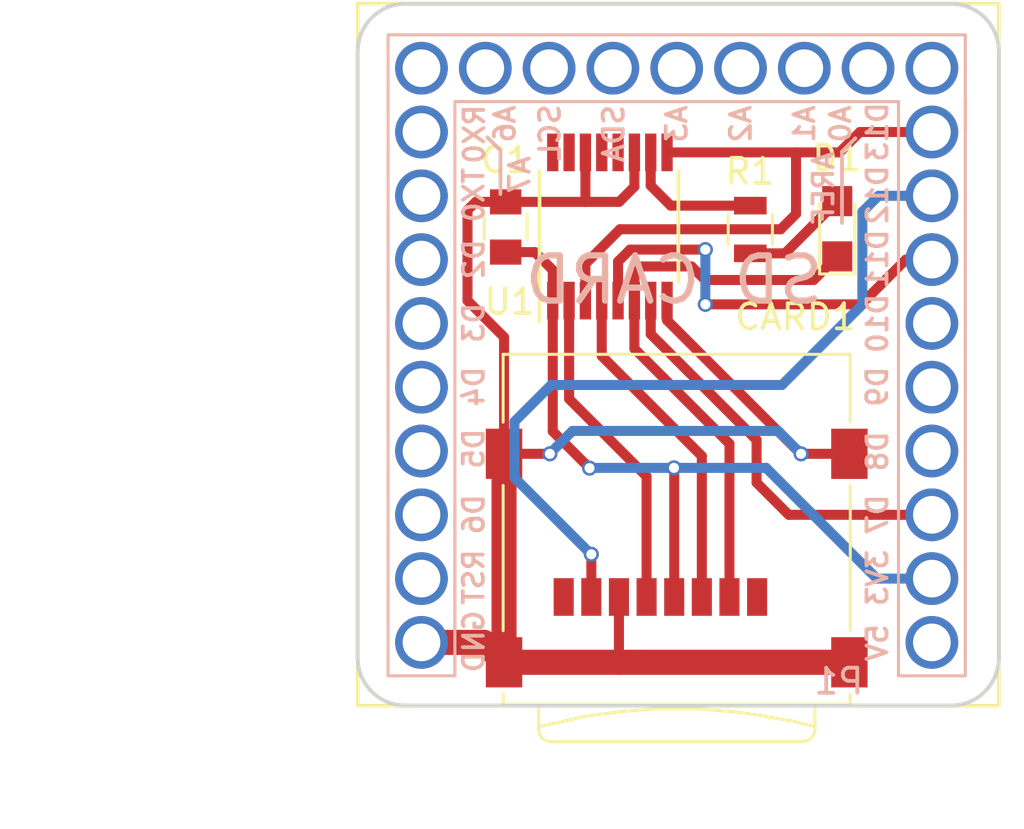
<source format=kicad_pcb>
(kicad_pcb (version 4) (host pcbnew 4.0.6)

  (general
    (links 23)
    (no_connects 0)
    (area 138.634399 62.662999 164.311401 90.753001)
    (thickness 1.6)
    (drawings 54)
    (tracks 95)
    (zones 0)
    (modules 6)
    (nets 37)
  )

  (page A4)
  (title_block
    (title "Microduino SD DE")
    (date "30 luglio 2017")
    (rev 0.0)
  )

  (layers
    (0 F.Cu signal)
    (31 B.Cu signal)
    (32 B.Adhes user)
    (33 F.Adhes user)
    (34 B.Paste user)
    (35 F.Paste user)
    (36 B.SilkS user)
    (37 F.SilkS user)
    (38 B.Mask user)
    (39 F.Mask user)
    (44 Edge.Cuts user)
    (45 Margin user)
    (46 B.CrtYd user)
    (47 F.CrtYd user)
    (48 B.Fab user)
    (49 F.Fab user)
  )

  (setup
    (last_trace_width 0.4)
    (user_trace_width 0.4)
    (user_trace_width 0.5)
    (user_trace_width 0.75)
    (user_trace_width 1)
    (user_trace_width 1.5)
    (user_trace_width 2)
    (user_trace_width 2.5)
    (user_trace_width 3)
    (trace_clearance 0.2)
    (zone_clearance 0.508)
    (zone_45_only no)
    (trace_min 0.2)
    (segment_width 0.15)
    (edge_width 0.15)
    (via_size 0.6)
    (via_drill 0.4)
    (via_min_size 0.4)
    (via_min_drill 0.3)
    (user_via 1 0.5)
    (user_via 1.2 0.6)
    (uvia_size 0.3)
    (uvia_drill 0.1)
    (uvias_allowed no)
    (uvia_min_size 0.2)
    (uvia_min_drill 0.1)
    (pcb_text_width 0.15)
    (pcb_text_size 0.8 0.8)
    (mod_edge_width 0.15)
    (mod_text_size 1 1)
    (mod_text_width 0.15)
    (pad_size 1.7 1.7)
    (pad_drill 1)
    (pad_to_mask_clearance 0.2)
    (aux_axis_origin 0 0)
    (grid_origin 126.111 104.775)
    (visible_elements 7FFFFFFF)
    (pcbplotparams
      (layerselection 0x210fc_80000001)
      (usegerberextensions false)
      (excludeedgelayer true)
      (linewidth 0.100000)
      (plotframeref false)
      (viasonmask false)
      (mode 1)
      (useauxorigin false)
      (hpglpennumber 1)
      (hpglpenspeed 20)
      (hpglpendiameter 15)
      (hpglpenoverlay 2)
      (psnegative false)
      (psa4output false)
      (plotreference true)
      (plotvalue true)
      (plotinvisibletext false)
      (padsonsilk false)
      (subtractmaskfromsilk false)
      (outputformat 1)
      (mirror false)
      (drillshape 0)
      (scaleselection 1)
      (outputdirectory ""))
  )

  (net 0 "")
  (net 1 +5V)
  (net 2 +3V3)
  (net 3 /D8)
  (net 4 /D9)
  (net 5 /D10)
  (net 6 /A0)
  (net 7 /A1)
  (net 8 /A2)
  (net 9 /A3)
  (net 10 /SDA)
  (net 11 /SCL)
  (net 12 /A6)
  (net 13 /A7)
  (net 14 /D4)
  (net 15 /D5)
  (net 16 /D6)
  (net 17 /RESET)
  (net 18 GND)
  (net 19 /AREF)
  (net 20 /DO)
  (net 21 "Net-(CARD1-Pad5)")
  (net 22 "Net-(CARD1-Pad3)")
  (net 23 "Net-(CARD1-Pad2)")
  (net 24 "Net-(CARD1-Pad1)")
  (net 25 "Net-(D1-Pad2)")
  (net 26 /CLK)
  (net 27 /DI)
  (net 28 /CS)
  (net 29 /D0)
  (net 30 /D1)
  (net 31 /D2)
  (net 32 /D3)
  (net 33 "Net-(R1-Pad2)")
  (net 34 "Net-(U1-Pad12)")
  (net 35 "Net-(U1-Pad15)")
  (net 36 "Net-(CARD1-Pad8)")

  (net_class Default "Questo è il gruppo di collegamenti predefinito"
    (clearance 0.2)
    (trace_width 0.25)
    (via_dia 0.6)
    (via_drill 0.4)
    (uvia_dia 0.3)
    (uvia_drill 0.1)
    (add_net +3V3)
    (add_net +5V)
    (add_net /A0)
    (add_net /A1)
    (add_net /A2)
    (add_net /A3)
    (add_net /A6)
    (add_net /A7)
    (add_net /AREF)
    (add_net /CLK)
    (add_net /CS)
    (add_net /D0)
    (add_net /D1)
    (add_net /D10)
    (add_net /D2)
    (add_net /D3)
    (add_net /D4)
    (add_net /D5)
    (add_net /D6)
    (add_net /D8)
    (add_net /D9)
    (add_net /DI)
    (add_net /DO)
    (add_net /RESET)
    (add_net /SCL)
    (add_net /SDA)
    (add_net GND)
    (add_net "Net-(CARD1-Pad1)")
    (add_net "Net-(CARD1-Pad2)")
    (add_net "Net-(CARD1-Pad3)")
    (add_net "Net-(CARD1-Pad5)")
    (add_net "Net-(CARD1-Pad8)")
    (add_net "Net-(D1-Pad2)")
    (add_net "Net-(R1-Pad2)")
    (add_net "Net-(U1-Pad12)")
    (add_net "Net-(U1-Pad15)")
  )

  (module Libreria_PCB_mia:Upin_27 (layer B.Cu) (tedit 597B1D86) (tstamp 58E8EECB)
    (at 161.5694 88.1634 180)
    (descr "Through hole straight socket strip, 1x09, 2.54mm pitch, single row")
    (tags "Through hole socket strip THT 1x09 2.54mm single row")
    (path /58E8C7EF)
    (fp_text reference P1 (at 3.7084 -1.5516 180) (layer B.SilkS)
      (effects (font (size 1 1) (thickness 0.15)) (justify mirror))
    )
    (fp_text value CONN_1x27 (at -2.83 10.17 450) (layer B.Fab)
      (effects (font (size 1 1) (thickness 0.15)) (justify mirror))
    )
    (fp_line (start 1.8 -1.78) (end 1.8 21.05) (layer B.CrtYd) (width 0.12))
    (fp_line (start 18.52 21.05) (end 1.8 21.05) (layer B.CrtYd) (width 0.12))
    (fp_line (start -1.27 24.13) (end -1.27 -1.27) (layer B.Fab) (width 0.12))
    (fp_line (start 1.27 -1.27) (end 1.27 21.59) (layer B.Fab) (width 0.12))
    (fp_line (start 1.27 21.59) (end 19.05 21.59) (layer B.Fab) (width 0.12))
    (fp_line (start 19.05 21.59) (end 19.05 -1.27) (layer B.Fab) (width 0.12))
    (fp_line (start 19.05 -1.27) (end 21.59 -1.27) (layer B.Fab) (width 0.12))
    (fp_line (start 21.59 -1.27) (end 21.59 24.13) (layer B.Fab) (width 0.12))
    (fp_line (start 21.59 24.13) (end -1.27 24.13) (layer B.Fab) (width 0.12))
    (fp_line (start 21.65 -1.33) (end 21.65 24.19) (layer B.SilkS) (width 0.12))
    (fp_line (start 21.65 24.19) (end -1.33 24.19) (layer B.SilkS) (width 0.12))
    (fp_line (start -1.33 -1.33) (end -1.33 24.19) (layer B.SilkS) (width 0.12))
    (fp_line (start 1.33 -1.33) (end 1.33 21.53) (layer B.SilkS) (width 0.12))
    (fp_line (start 1.33 21.53) (end 18.99 21.53) (layer B.SilkS) (width 0.12))
    (fp_line (start 18.99 -1.33) (end 18.99 21.53) (layer B.SilkS) (width 0.12))
    (fp_line (start 18.99 -1.33) (end 18.99 5.48) (layer B.SilkS) (width 0.12))
    (fp_line (start -1.8 24.67) (end 22.12 24.67) (layer B.CrtYd) (width 0.12))
    (fp_line (start -1.8 -1.78) (end -1.8 24.67) (layer B.CrtYd) (width 0.12))
    (fp_line (start 22.12 -1.78) (end 22.12 24.67) (layer B.CrtYd) (width 0.12))
    (fp_line (start 18.52 21.05) (end 18.52 -1.8) (layer B.CrtYd) (width 0.12))
    (fp_line (start 18.52 -1.8) (end 22.12 -1.8) (layer B.CrtYd) (width 0.12))
    (fp_line (start -1.27 -1.27) (end 1.27 -1.27) (layer B.Fab) (width 0.12))
    (fp_line (start -1.33 -1.33) (end 1.33 -1.33) (layer B.SilkS) (width 0.12))
    (fp_line (start 21.65 -1.33) (end 18.99 -1.33) (layer B.SilkS) (width 0.12))
    (fp_line (start -1.33 20.32) (end -1.33 21.65) (layer B.SilkS) (width 0.12))
    (fp_line (start -1.8 -1.78) (end 1.8 -1.78) (layer B.CrtYd) (width 0.12))
    (fp_text user %R (at 3.7084 -1.5516 180) (layer B.Fab)
      (effects (font (size 1 1) (thickness 0.15)) (justify mirror))
    )
    (pad 9 thru_hole circle (at 0 20.32 180) (size 2.1 2.1) (drill 1.5) (layers *.Cu *.Mask)
      (net 26 /CLK))
    (pad 8 thru_hole circle (at 0 17.78 180) (size 2.1 2.1) (drill 1.5) (layers *.Cu *.Mask)
      (net 20 /DO))
    (pad 7 thru_hole circle (at 0 15.24 180) (size 2.1 2.1) (drill 1.5) (layers *.Cu *.Mask)
      (net 27 /DI))
    (pad 6 thru_hole circle (at 0 12.7 180) (size 2.1 2.1) (drill 1.5) (layers *.Cu *.Mask)
      (net 5 /D10))
    (pad 5 thru_hole circle (at 0 10.16 180) (size 2.1 2.1) (drill 1.5) (layers *.Cu *.Mask)
      (net 4 /D9))
    (pad 4 thru_hole circle (at 0 7.62 180) (size 2.1 2.1) (drill 1.5) (layers *.Cu *.Mask)
      (net 3 /D8))
    (pad 3 thru_hole circle (at 0 5.08 180) (size 2.1 2.1) (drill 1.5) (layers *.Cu *.Mask)
      (net 28 /CS))
    (pad 2 thru_hole circle (at 0 2.54 180) (size 2.1 2.1) (drill 1.5) (layers *.Cu *.Mask)
      (net 2 +3V3))
    (pad 1 thru_hole circle (at 0 0 180) (size 2.1 2.1) (drill 1.5) (layers *.Cu *.Mask)
      (net 1 +5V))
    (pad 10 thru_hole circle (at 0 22.86 180) (size 2.1 2.1) (drill 1.5) (layers *.Cu *.Mask)
      (net 19 /AREF))
    (pad 11 thru_hole circle (at 2.54 22.86 180) (size 2.1 2.1) (drill 1.5) (layers *.Cu *.Mask)
      (net 6 /A0))
    (pad 12 thru_hole circle (at 5.08 22.86 180) (size 2.1 2.1) (drill 1.5) (layers *.Cu *.Mask)
      (net 7 /A1))
    (pad 13 thru_hole circle (at 7.62 22.86 180) (size 2.1 2.1) (drill 1.5) (layers *.Cu *.Mask)
      (net 8 /A2))
    (pad 14 thru_hole circle (at 10.16 22.86 180) (size 2.1 2.1) (drill 1.5) (layers *.Cu *.Mask)
      (net 9 /A3))
    (pad 15 thru_hole circle (at 12.7 22.86 180) (size 2.1 2.1) (drill 1.5) (layers *.Cu *.Mask)
      (net 10 /SDA))
    (pad 16 thru_hole circle (at 15.24 22.86 180) (size 2.1 2.1) (drill 1.5) (layers *.Cu *.Mask)
      (net 11 /SCL))
    (pad 17 thru_hole circle (at 17.78 22.86 180) (size 2.1 2.1) (drill 1.5) (layers *.Cu *.Mask)
      (net 12 /A6))
    (pad 18 thru_hole circle (at 20.32 22.86 180) (size 2.1 2.1) (drill 1.5) (layers *.Cu *.Mask)
      (net 13 /A7))
    (pad 19 thru_hole circle (at 20.32 20.32 180) (size 2.1 2.1) (drill 1.5) (layers *.Cu *.Mask)
      (net 29 /D0))
    (pad 20 thru_hole circle (at 20.32 17.78 180) (size 2.1 2.1) (drill 1.5) (layers *.Cu *.Mask)
      (net 30 /D1))
    (pad 21 thru_hole circle (at 20.32 15.24 180) (size 2.1 2.1) (drill 1.5) (layers *.Cu *.Mask)
      (net 31 /D2))
    (pad 22 thru_hole circle (at 20.32 12.7 180) (size 2.1 2.1) (drill 1.5) (layers *.Cu *.Mask)
      (net 32 /D3))
    (pad 23 thru_hole circle (at 20.32 10.16 180) (size 2.1 2.1) (drill 1.5) (layers *.Cu *.Mask)
      (net 14 /D4))
    (pad 24 thru_hole circle (at 20.32 7.62 180) (size 2.1 2.1) (drill 1.5) (layers *.Cu *.Mask)
      (net 15 /D5))
    (pad 25 thru_hole circle (at 20.32 5.08 180) (size 2.1 2.1) (drill 1.5) (layers *.Cu *.Mask)
      (net 16 /D6))
    (pad 26 thru_hole circle (at 20.32 2.54 180) (size 2.1 2.1) (drill 1.5) (layers *.Cu *.Mask)
      (net 17 /RESET))
    (pad 27 thru_hole circle (at 20.32 0 180) (size 2.1 2.1) (drill 1.5) (layers *.Cu *.Mask)
      (net 18 GND))
    (model ${KISYS3DMOD}/Socket_Strips.3dshapes/Socket_Strip_Straight_1x09_Pitch2.54mm.wrl
      (at (xyz 0 -0.4 0))
      (scale (xyz 1 1 1))
      (rotate (xyz 0 0 270))
    )
  )

  (module Capacitors_SMD:C_0805 (layer F.Cu) (tedit 597B9712) (tstamp 597B91CC)
    (at 144.601 71.625 90)
    (descr "Capacitor SMD 0805, reflow soldering, AVX (see smccp.pdf)")
    (tags "capacitor 0805")
    (path /594FDE58)
    (attr smd)
    (fp_text reference C1 (at 2.67 -0.01 180) (layer F.SilkS)
      (effects (font (size 1 1) (thickness 0.15)))
    )
    (fp_text value 100nF (at 0 1.75 90) (layer F.Fab)
      (effects (font (size 1 1) (thickness 0.15)))
    )
    (fp_text user %R (at 2.67 -0.01 180) (layer F.Fab)
      (effects (font (size 1 1) (thickness 0.15)))
    )
    (fp_line (start -1 0.62) (end -1 -0.62) (layer F.Fab) (width 0.1))
    (fp_line (start 1 0.62) (end -1 0.62) (layer F.Fab) (width 0.1))
    (fp_line (start 1 -0.62) (end 1 0.62) (layer F.Fab) (width 0.1))
    (fp_line (start -1 -0.62) (end 1 -0.62) (layer F.Fab) (width 0.1))
    (fp_line (start 0.5 -0.85) (end -0.5 -0.85) (layer F.SilkS) (width 0.12))
    (fp_line (start -0.5 0.85) (end 0.5 0.85) (layer F.SilkS) (width 0.12))
    (fp_line (start -1.75 -0.88) (end 1.75 -0.88) (layer F.CrtYd) (width 0.05))
    (fp_line (start -1.75 -0.88) (end -1.75 0.87) (layer F.CrtYd) (width 0.05))
    (fp_line (start 1.75 0.87) (end 1.75 -0.88) (layer F.CrtYd) (width 0.05))
    (fp_line (start 1.75 0.87) (end -1.75 0.87) (layer F.CrtYd) (width 0.05))
    (pad 1 smd rect (at -1 0 90) (size 1 1.25) (layers F.Cu F.Paste F.Mask)
      (net 2 +3V3))
    (pad 2 smd rect (at 1 0 90) (size 1 1.25) (layers F.Cu F.Paste F.Mask)
      (net 18 GND))
    (model Capacitors_SMD.3dshapes/C_0805.wrl
      (at (xyz 0 0 0))
      (scale (xyz 1 1 1))
      (rotate (xyz 0 0 0))
    )
  )

  (module Connectors:microSD_Card_Receptacle_Wuerth_693072010801 (layer F.Cu) (tedit 597B9732) (tstamp 597B91FB)
    (at 151.411 83.655 180)
    (descr http://katalog.we-online.de/em/datasheet/693072010801.pdf)
    (tags "Micro SD Wuerth Wurth Würth")
    (path /597B85A1)
    (attr smd)
    (fp_text reference CARD1 (at -4.73 8.45 180) (layer F.SilkS)
      (effects (font (size 1 1) (thickness 0.15)))
    )
    (fp_text value Micro_SD_Card (at 0 8.07 180) (layer F.Fab)
      (effects (font (size 1 1) (thickness 0.15)))
    )
    (fp_text user %R (at 0 0 180) (layer F.Fab)
      (effects (font (size 1 1) (thickness 0.15)))
    )
    (fp_line (start -6.8 6.85) (end 6.8 6.85) (layer F.Fab) (width 0.1))
    (fp_line (start -6.8 -6.85) (end -6.8 6.85) (layer F.Fab) (width 0.1))
    (fp_line (start 6.8 -6.85) (end -6.8 -6.85) (layer F.Fab) (width 0.1))
    (fp_line (start 6.8 6.85) (end 6.8 -6.85) (layer F.Fab) (width 0.1))
    (fp_line (start 5 -7.76) (end 5.5 -7.86) (layer F.SilkS) (width 0.12))
    (fp_line (start 3.7 -7.46) (end 5 -7.76) (layer F.SilkS) (width 0.12))
    (fp_line (start 2.2 -7.26) (end 3.7 -7.46) (layer F.SilkS) (width 0.12))
    (fp_line (start 0.9 -7.16) (end 2.2 -7.26) (layer F.SilkS) (width 0.12))
    (fp_line (start -0.9 -7.16) (end 0.9 -7.16) (layer F.SilkS) (width 0.12))
    (fp_line (start -2.2 -7.26) (end -0.9 -7.16) (layer F.SilkS) (width 0.12))
    (fp_line (start -3 -7.36) (end -2.2 -7.26) (layer F.SilkS) (width 0.12))
    (fp_line (start -4.7 -7.66) (end -3 -7.36) (layer F.SilkS) (width 0.12))
    (fp_line (start -5.5 -7.86) (end -4.7 -7.66) (layer F.SilkS) (width 0.12))
    (fp_line (start -5 -8.46) (end 5 -8.46) (layer F.SilkS) (width 0.12))
    (fp_arc (start 5 -7.96) (end 5 -8.46) (angle 90) (layer F.SilkS) (width 0.12))
    (fp_line (start -5.5 -6.96) (end -5.5 -7.96) (layer F.SilkS) (width 0.12))
    (fp_line (start 5.5 -6.96) (end 5.5 -7.96) (layer F.SilkS) (width 0.12))
    (fp_line (start -6.91 -6.96) (end 6.91 -6.96) (layer F.SilkS) (width 0.12))
    (fp_line (start 6.91 6.96) (end -6.91 6.96) (layer F.SilkS) (width 0.12))
    (fp_line (start 6.91 4.26) (end 6.91 6.96) (layer F.SilkS) (width 0.12))
    (fp_arc (start -5 -7.96) (end -5.5 -7.96) (angle 90) (layer F.SilkS) (width 0.12))
    (fp_line (start 6.91 -6.96) (end 6.91 -6.56) (layer F.SilkS) (width 0.12))
    (fp_line (start 6.91 -4.04) (end 6.91 1.74) (layer F.SilkS) (width 0.12))
    (fp_line (start -6.91 4.26) (end -6.91 6.96) (layer F.SilkS) (width 0.12))
    (fp_line (start -6.91 -4.04) (end -6.91 1.74) (layer F.SilkS) (width 0.12))
    (fp_line (start -6.91 -6.96) (end -6.91 -6.56) (layer F.SilkS) (width 0.12))
    (fp_line (start 8.08 -7.35) (end 8.08 7.35) (layer F.CrtYd) (width 0.05))
    (fp_line (start 8.08 -7.35) (end -8.08 -7.35) (layer F.CrtYd) (width 0.05))
    (fp_line (start 8.08 7.35) (end -8.08 7.35) (layer F.CrtYd) (width 0.05))
    (fp_line (start -8.08 -7.35) (end -8.08 7.35) (layer F.CrtYd) (width 0.05))
    (pad 9 smd rect (at 6.875 -5.3 180) (size 1.45 2) (layers F.Cu F.Paste F.Mask)
      (net 18 GND))
    (pad 9 smd rect (at -6.875 -5.3 180) (size 1.45 2) (layers F.Cu F.Paste F.Mask)
      (net 18 GND))
    (pad 9 smd rect (at -6.875 3 180) (size 1.45 2) (layers F.Cu F.Paste F.Mask)
      (net 18 GND))
    (pad 9 smd rect (at 6.875 3 180) (size 1.45 2) (layers F.Cu F.Paste F.Mask)
      (net 18 GND))
    (pad 8 smd rect (at 4.5 -2.7 180) (size 0.8 1.5) (layers F.Cu F.Paste F.Mask)
      (net 36 "Net-(CARD1-Pad8)"))
    (pad 7 smd rect (at 3.4 -2.7 180) (size 0.8 1.5) (layers F.Cu F.Paste F.Mask)
      (net 20 /DO))
    (pad 6 smd rect (at 2.3 -2.7 180) (size 0.8 1.5) (layers F.Cu F.Paste F.Mask)
      (net 18 GND))
    (pad 5 smd rect (at 1.2 -2.7 180) (size 0.8 1.5) (layers F.Cu F.Paste F.Mask)
      (net 21 "Net-(CARD1-Pad5)"))
    (pad 4 smd rect (at 0.1 -2.7 180) (size 0.8 1.5) (layers F.Cu F.Paste F.Mask)
      (net 2 +3V3))
    (pad 3 smd rect (at -1 -2.7 180) (size 0.8 1.5) (layers F.Cu F.Paste F.Mask)
      (net 22 "Net-(CARD1-Pad3)"))
    (pad 2 smd rect (at -2.1 -2.7 180) (size 0.8 1.5) (layers F.Cu F.Paste F.Mask)
      (net 23 "Net-(CARD1-Pad2)"))
    (pad 1 smd rect (at -3.2 -2.7 180) (size 0.8 1.5) (layers F.Cu F.Paste F.Mask)
      (net 24 "Net-(CARD1-Pad1)"))
    (model ${KISYS3DMOD}/Connectors.3dshapes/microSD_Card_Receptacle_Wuerth_693072010801.wrl
      (at (xyz 0 0 0))
      (scale (xyz 1 1 1))
      (rotate (xyz 0 0 0))
    )
  )

  (module LEDs:LED_0805 (layer F.Cu) (tedit 597B96D8) (tstamp 597B9210)
    (at 157.801 71.695 90)
    (descr "LED 0805 smd package")
    (tags "LED led 0805 SMD smd SMT smt smdled SMDLED smtled SMTLED")
    (path /597B9A82)
    (attr smd)
    (fp_text reference D1 (at 2.81 -0.01 180) (layer F.SilkS)
      (effects (font (size 1 1) (thickness 0.15)))
    )
    (fp_text value ROSSO (at 0 1.55 90) (layer F.Fab)
      (effects (font (size 1 1) (thickness 0.15)))
    )
    (fp_line (start -1.8 -0.7) (end -1.8 0.7) (layer F.SilkS) (width 0.12))
    (fp_line (start -0.4 -0.4) (end -0.4 0.4) (layer F.Fab) (width 0.1))
    (fp_line (start -0.4 0) (end 0.2 -0.4) (layer F.Fab) (width 0.1))
    (fp_line (start 0.2 0.4) (end -0.4 0) (layer F.Fab) (width 0.1))
    (fp_line (start 0.2 -0.4) (end 0.2 0.4) (layer F.Fab) (width 0.1))
    (fp_line (start 1 0.6) (end -1 0.6) (layer F.Fab) (width 0.1))
    (fp_line (start 1 -0.6) (end 1 0.6) (layer F.Fab) (width 0.1))
    (fp_line (start -1 -0.6) (end 1 -0.6) (layer F.Fab) (width 0.1))
    (fp_line (start -1 0.6) (end -1 -0.6) (layer F.Fab) (width 0.1))
    (fp_line (start -1.8 0.7) (end 1 0.7) (layer F.SilkS) (width 0.12))
    (fp_line (start -1.8 -0.7) (end 1 -0.7) (layer F.SilkS) (width 0.12))
    (fp_line (start 1.95 -0.85) (end 1.95 0.85) (layer F.CrtYd) (width 0.05))
    (fp_line (start 1.95 0.85) (end -1.95 0.85) (layer F.CrtYd) (width 0.05))
    (fp_line (start -1.95 0.85) (end -1.95 -0.85) (layer F.CrtYd) (width 0.05))
    (fp_line (start -1.95 -0.85) (end 1.95 -0.85) (layer F.CrtYd) (width 0.05))
    (pad 2 smd rect (at 1.1 0 270) (size 1.2 1.2) (layers F.Cu F.Paste F.Mask)
      (net 25 "Net-(D1-Pad2)"))
    (pad 1 smd rect (at -1.1 0 270) (size 1.2 1.2) (layers F.Cu F.Paste F.Mask)
      (net 23 "Net-(CARD1-Pad2)"))
    (model ${KISYS3DMOD}/LEDs.3dshapes/LED_0805.wrl
      (at (xyz 0 0 0))
      (scale (xyz 1 1 1))
      (rotate (xyz 0 0 180))
    )
  )

  (module Resistors_SMD:R_0805 (layer F.Cu) (tedit 597B96E4) (tstamp 597B9221)
    (at 154.341 71.725 90)
    (descr "Resistor SMD 0805, reflow soldering, Vishay (see dcrcw.pdf)")
    (tags "resistor 0805")
    (path /597B9B87)
    (attr smd)
    (fp_text reference R1 (at 2.31 -0.01 180) (layer F.SilkS)
      (effects (font (size 1 1) (thickness 0.15)))
    )
    (fp_text value 470 (at 0 1.75 90) (layer F.Fab)
      (effects (font (size 1 1) (thickness 0.15)))
    )
    (fp_text user %R (at 0 0 90) (layer F.Fab)
      (effects (font (size 0.5 0.5) (thickness 0.075)))
    )
    (fp_line (start -1 0.62) (end -1 -0.62) (layer F.Fab) (width 0.1))
    (fp_line (start 1 0.62) (end -1 0.62) (layer F.Fab) (width 0.1))
    (fp_line (start 1 -0.62) (end 1 0.62) (layer F.Fab) (width 0.1))
    (fp_line (start -1 -0.62) (end 1 -0.62) (layer F.Fab) (width 0.1))
    (fp_line (start 0.6 0.88) (end -0.6 0.88) (layer F.SilkS) (width 0.12))
    (fp_line (start -0.6 -0.88) (end 0.6 -0.88) (layer F.SilkS) (width 0.12))
    (fp_line (start -1.55 -0.9) (end 1.55 -0.9) (layer F.CrtYd) (width 0.05))
    (fp_line (start -1.55 -0.9) (end -1.55 0.9) (layer F.CrtYd) (width 0.05))
    (fp_line (start 1.55 0.9) (end 1.55 -0.9) (layer F.CrtYd) (width 0.05))
    (fp_line (start 1.55 0.9) (end -1.55 0.9) (layer F.CrtYd) (width 0.05))
    (pad 1 smd rect (at -0.95 0 90) (size 0.7 1.3) (layers F.Cu F.Paste F.Mask)
      (net 25 "Net-(D1-Pad2)"))
    (pad 2 smd rect (at 0.95 0 90) (size 0.7 1.3) (layers F.Cu F.Paste F.Mask)
      (net 33 "Net-(R1-Pad2)"))
    (model ${KISYS3DMOD}/Resistors_SMD.3dshapes/R_0805.wrl
      (at (xyz 0 0 0))
      (scale (xyz 1 1 1))
      (rotate (xyz 0 0 0))
    )
  )

  (module Housings_SSOP:TSSOP-16_4.4x5mm_Pitch0.65mm (layer F.Cu) (tedit 597B971C) (tstamp 597B9241)
    (at 148.751 71.605 90)
    (descr "16-Lead Plastic Thin Shrink Small Outline (ST)-4.4 mm Body [TSSOP] (see Microchip Packaging Specification 00000049BS.pdf)")
    (tags "SSOP 0.65")
    (path /597B84E5)
    (attr smd)
    (fp_text reference U1 (at -2.99 -3.99 180) (layer F.SilkS)
      (effects (font (size 1 1) (thickness 0.15)))
    )
    (fp_text value 4050 (at 0 3.55 90) (layer F.Fab)
      (effects (font (size 1 1) (thickness 0.15)))
    )
    (fp_line (start -1.2 -2.5) (end 2.2 -2.5) (layer F.Fab) (width 0.15))
    (fp_line (start 2.2 -2.5) (end 2.2 2.5) (layer F.Fab) (width 0.15))
    (fp_line (start 2.2 2.5) (end -2.2 2.5) (layer F.Fab) (width 0.15))
    (fp_line (start -2.2 2.5) (end -2.2 -1.5) (layer F.Fab) (width 0.15))
    (fp_line (start -2.2 -1.5) (end -1.2 -2.5) (layer F.Fab) (width 0.15))
    (fp_line (start -3.95 -2.9) (end -3.95 2.8) (layer F.CrtYd) (width 0.05))
    (fp_line (start 3.95 -2.9) (end 3.95 2.8) (layer F.CrtYd) (width 0.05))
    (fp_line (start -3.95 -2.9) (end 3.95 -2.9) (layer F.CrtYd) (width 0.05))
    (fp_line (start -3.95 2.8) (end 3.95 2.8) (layer F.CrtYd) (width 0.05))
    (fp_line (start -2.2 2.725) (end 2.2 2.725) (layer F.SilkS) (width 0.15))
    (fp_line (start -3.775 -2.8) (end 2.2 -2.8) (layer F.SilkS) (width 0.15))
    (fp_text user %R (at -0.01 0 180) (layer F.Fab)
      (effects (font (size 0.8 0.8) (thickness 0.15)))
    )
    (pad 1 smd rect (at -2.95 -2.275 90) (size 1.5 0.45) (layers F.Cu F.Paste F.Mask)
      (net 2 +3V3))
    (pad 2 smd rect (at -2.95 -1.625 90) (size 1.5 0.45) (layers F.Cu F.Paste F.Mask)
      (net 21 "Net-(CARD1-Pad5)"))
    (pad 3 smd rect (at -2.95 -0.975 90) (size 1.5 0.45) (layers F.Cu F.Paste F.Mask)
      (net 26 /CLK))
    (pad 4 smd rect (at -2.95 -0.325 90) (size 1.5 0.45) (layers F.Cu F.Paste F.Mask)
      (net 22 "Net-(CARD1-Pad3)"))
    (pad 5 smd rect (at -2.95 0.325 90) (size 1.5 0.45) (layers F.Cu F.Paste F.Mask)
      (net 27 /DI))
    (pad 6 smd rect (at -2.95 0.975 90) (size 1.5 0.45) (layers F.Cu F.Paste F.Mask)
      (net 23 "Net-(CARD1-Pad2)"))
    (pad 7 smd rect (at -2.95 1.625 90) (size 1.5 0.45) (layers F.Cu F.Paste F.Mask)
      (net 28 /CS))
    (pad 8 smd rect (at -2.95 2.275 90) (size 1.5 0.45) (layers F.Cu F.Paste F.Mask)
      (net 18 GND))
    (pad 9 smd rect (at 2.95 2.275 90) (size 1.5 0.45) (layers F.Cu F.Paste F.Mask)
      (net 26 /CLK))
    (pad 10 smd rect (at 2.95 1.625 90) (size 1.5 0.45) (layers F.Cu F.Paste F.Mask)
      (net 33 "Net-(R1-Pad2)"))
    (pad 11 smd rect (at 2.95 0.975 90) (size 1.5 0.45) (layers F.Cu F.Paste F.Mask)
      (net 18 GND))
    (pad 12 smd rect (at 2.95 0.325 90) (size 1.5 0.45) (layers F.Cu F.Paste F.Mask)
      (net 34 "Net-(U1-Pad12)"))
    (pad 13 smd rect (at 2.95 -0.325 90) (size 1.5 0.45) (layers F.Cu F.Paste F.Mask))
    (pad 14 smd rect (at 2.95 -0.975 90) (size 1.5 0.45) (layers F.Cu F.Paste F.Mask)
      (net 18 GND))
    (pad 15 smd rect (at 2.95 -1.625 90) (size 1.5 0.45) (layers F.Cu F.Paste F.Mask)
      (net 35 "Net-(U1-Pad15)"))
    (pad 16 smd rect (at 2.95 -2.275 90) (size 1.5 0.45) (layers F.Cu F.Paste F.Mask))
    (model ${KISYS3DMOD}/Housings_SSOP.3dshapes/TSSOP-16_4.4x5mm_Pitch0.65mm.wrl
      (at (xyz 0 0 0))
      (scale (xyz 1 1 1))
      (rotate (xyz 0 0 0))
    )
  )

  (gr_text "SD CARD" (at 151.301 73.735) (layer B.SilkS)
    (effects (font (size 1.8 1.8) (thickness 0.25)) (justify mirror))
  )
  (gr_line (start 164.231 62.735) (end 138.711 62.735) (angle 90) (layer F.SilkS) (width 0.15))
  (gr_line (start 164.231 90.685) (end 164.231 62.735) (angle 90) (layer F.SilkS) (width 0.15))
  (gr_line (start 138.711 90.685) (end 164.231 90.685) (angle 90) (layer F.SilkS) (width 0.15))
  (gr_line (start 138.711 62.745) (end 138.711 90.685) (angle 90) (layer F.SilkS) (width 0.15))
  (gr_text GND (at 143.331 88.125 90) (layer B.SilkS)
    (effects (font (size 0.8 0.8) (thickness 0.15)) (justify mirror))
  )
  (gr_text RST (at 143.331 85.565 90) (layer B.SilkS)
    (effects (font (size 0.8 0.8) (thickness 0.15)) (justify mirror))
  )
  (gr_text D6 (at 143.331 83.065 90) (layer B.SilkS)
    (effects (font (size 0.8 0.8) (thickness 0.15)) (justify mirror))
  )
  (gr_text D5 (at 143.331 80.455 90) (layer B.SilkS)
    (effects (font (size 0.8 0.8) (thickness 0.15)) (justify mirror))
  )
  (gr_text D4 (at 143.331 77.985 90) (layer B.SilkS)
    (effects (font (size 0.8 0.8) (thickness 0.15)) (justify mirror))
  )
  (gr_text D3 (at 143.331 75.445 90) (layer B.SilkS)
    (effects (font (size 0.8 0.8) (thickness 0.15)) (justify mirror))
  )
  (gr_text D2 (at 143.331 72.915 90) (layer B.SilkS)
    (effects (font (size 0.8 0.8) (thickness 0.15)) (justify mirror))
  )
  (gr_text A7 (at 145.161 69.545 90) (layer B.SilkS)
    (effects (font (size 0.8 0.8) (thickness 0.15)) (justify mirror))
  )
  (gr_line (start 144.391 68.575) (end 144.391 70.315) (angle 90) (layer B.SilkS) (width 0.15))
  (gr_line (start 143.871 68.055) (end 144.391 68.575) (angle 90) (layer B.SilkS) (width 0.15))
  (gr_text TX0 (at 143.331 70.355 90) (layer B.SilkS)
    (effects (font (size 0.8 0.8) (thickness 0.15)) (justify mirror))
  )
  (gr_text RX0 (at 143.351 67.935 90) (layer B.SilkS)
    (effects (font (size 0.8 0.8) (thickness 0.15)) (justify mirror))
  )
  (gr_text A6 (at 144.571 67.525 90) (layer B.SilkS)
    (effects (font (size 0.8 0.8) (thickness 0.15)) (justify mirror))
  )
  (gr_text SCL (at 146.361 67.865 90) (layer B.SilkS)
    (effects (font (size 0.8 0.8) (thickness 0.15)) (justify mirror))
  )
  (gr_text SDA (at 148.901 67.905 90) (layer B.SilkS)
    (effects (font (size 0.8 0.8) (thickness 0.15)) (justify mirror))
  )
  (gr_text A3 (at 151.411 67.525 90) (layer B.SilkS)
    (effects (font (size 0.8 0.8) (thickness 0.15)) (justify mirror))
  )
  (gr_text A2 (at 153.961 67.525 90) (layer B.SilkS)
    (effects (font (size 0.8 0.8) (thickness 0.15)) (justify mirror))
  )
  (gr_line (start 157.991 68.625) (end 157.991 71.465) (angle 90) (layer B.SilkS) (width 0.15))
  (gr_text A1 (at 156.491 67.525 90) (layer B.SilkS)
    (effects (font (size 0.8 0.8) (thickness 0.15)) (justify mirror))
  )
  (gr_text A0 (at 157.931 67.525 90) (layer B.SilkS)
    (effects (font (size 0.8 0.8) (thickness 0.15)) (justify mirror))
  )
  (gr_text AREF (at 157.251 70.085 90) (layer B.SilkS)
    (effects (font (size 0.8 0.8) (thickness 0.15)) (justify mirror))
  )
  (gr_line (start 158.521 68.095) (end 157.991 68.625) (angle 90) (layer B.SilkS) (width 0.15))
  (gr_text D13 (at 159.401 67.845 90) (layer B.SilkS)
    (effects (font (size 0.8 0.8) (thickness 0.15)) (justify mirror))
  )
  (gr_text D12 (at 159.401 70.355 90) (layer B.SilkS)
    (effects (font (size 0.8 0.8) (thickness 0.15)) (justify mirror))
  )
  (gr_text D11 (at 159.401 72.905 90) (layer B.SilkS)
    (effects (font (size 0.8 0.8) (thickness 0.15)) (justify mirror))
  )
  (gr_text D10 (at 159.401 75.465 90) (layer B.SilkS)
    (effects (font (size 0.8 0.8) (thickness 0.15)) (justify mirror))
  )
  (gr_text D9 (at 159.391 77.985 90) (layer B.SilkS)
    (effects (font (size 0.8 0.8) (thickness 0.15)) (justify mirror))
  )
  (gr_text D8 (at 159.401 80.555 90) (layer B.SilkS)
    (effects (font (size 0.8 0.8) (thickness 0.15)) (justify mirror))
  )
  (gr_text D7 (at 159.401 83.075 90) (layer B.SilkS)
    (effects (font (size 0.8 0.8) (thickness 0.15)) (justify mirror))
  )
  (gr_text 3V3 (at 159.401 85.595 90) (layer B.SilkS)
    (effects (font (size 0.8 0.8) (thickness 0.15)) (justify mirror))
  )
  (gr_text 5V (at 159.401 88.175 90) (layer B.SilkS)
    (effects (font (size 0.8 0.8) (thickness 0.15)) (justify mirror))
  )
  (gr_arc (start 162.3314 64.643) (end 162.3314 62.738) (angle 90) (layer Edge.Cuts) (width 0.15) (tstamp 58E794C0))
  (gr_arc (start 140.6144 88.773) (end 140.6144 90.678) (angle 90) (layer Edge.Cuts) (width 0.15) (tstamp 58E794BF))
  (gr_arc (start 140.6144 64.643) (end 138.7094 64.643) (angle 90) (layer Edge.Cuts) (width 0.15) (tstamp 58E794BE))
  (gr_arc (start 162.3314 88.773) (end 164.2364 88.773) (angle 90) (layer Edge.Cuts) (width 0.15) (tstamp 58E794BD))
  (gr_line (start 162.3314 90.678) (end 140.6144 90.678) (angle 90) (layer Edge.Cuts) (width 0.15) (tstamp 58E794BC))
  (gr_line (start 138.7094 88.773) (end 138.7094 64.643) (angle 90) (layer Edge.Cuts) (width 0.15) (tstamp 58E794BB))
  (gr_line (start 140.6144 62.738) (end 162.3314 62.738) (angle 90) (layer Edge.Cuts) (width 0.15) (tstamp 58E794BA))
  (gr_line (start 164.2364 64.643) (end 164.2364 88.773) (angle 90) (layer Edge.Cuts) (width 0.15) (tstamp 58E794B9))
  (gr_line (start 164.2364 64.643) (end 164.2364 88.773) (angle 90) (layer Edge.Cuts) (width 0.15))
  (gr_line (start 140.6144 62.738) (end 162.3314 62.738) (angle 90) (layer Edge.Cuts) (width 0.15))
  (gr_line (start 138.7094 88.773) (end 138.7094 64.643) (angle 90) (layer Edge.Cuts) (width 0.15))
  (gr_line (start 162.3314 90.678) (end 140.6144 90.678) (angle 90) (layer Edge.Cuts) (width 0.15))
  (gr_arc (start 162.3314 88.773) (end 164.2364 88.773) (angle 90) (layer Edge.Cuts) (width 0.15) (tstamp 58DCB572))
  (gr_arc (start 140.6144 64.643) (end 138.7094 64.643) (angle 90) (layer Edge.Cuts) (width 0.15) (tstamp 58DCB570))
  (gr_arc (start 140.6144 88.773) (end 140.6144 90.678) (angle 90) (layer Edge.Cuts) (width 0.15) (tstamp 58DCB56C))
  (gr_arc (start 162.3314 64.643) (end 162.3314 62.738) (angle 90) (layer Edge.Cuts) (width 0.15))
  (dimension 27.94 (width 0.3) (layer F.Fab)
    (gr_text "27,940 mm" (at 130.7554 76.708 270) (layer F.Fab)
      (effects (font (size 1.5 1.5) (thickness 0.3)))
    )
    (feature1 (pts (xy 134.1374 90.678) (xy 129.4054 90.678)))
    (feature2 (pts (xy 134.1374 62.738) (xy 129.4054 62.738)))
    (crossbar (pts (xy 132.1054 62.738) (xy 132.1054 90.678)))
    (arrow1a (pts (xy 132.1054 90.678) (xy 131.518979 89.551496)))
    (arrow1b (pts (xy 132.1054 90.678) (xy 132.691821 89.551496)))
    (arrow2a (pts (xy 132.1054 62.738) (xy 131.518979 63.864504)))
    (arrow2b (pts (xy 132.1054 62.738) (xy 132.691821 63.864504)))
  )
  (dimension 25.527 (width 0.3) (layer F.Fab)
    (gr_text "25,527 mm" (at 151.0284 96.266) (layer F.Fab) (tstamp 58DCB33B)
      (effects (font (size 1.5 1.5) (thickness 0.3)))
    )
    (feature1 (pts (xy 138.8364 92.456) (xy 138.8364 97.568999)))
    (feature2 (pts (xy 164.3634 92.456) (xy 164.3634 97.568999)))
    (crossbar (pts (xy 164.3634 94.868999) (xy 138.8364 94.868999)))
    (arrow1a (pts (xy 138.8364 94.868999) (xy 139.962904 94.282578)))
    (arrow1b (pts (xy 138.8364 94.868999) (xy 139.962904 95.45542)))
    (arrow2a (pts (xy 164.3634 94.868999) (xy 163.236896 94.282578)))
    (arrow2b (pts (xy 164.3634 94.868999) (xy 163.236896 95.45542)))
  )

  (segment (start 146.476 74.555) (end 146.476 79.76) (width 0.4) (layer F.Cu) (net 2))
  (segment (start 146.476 79.76) (end 147.941 81.225) (width 0.4) (layer F.Cu) (net 2) (tstamp 597B93D6))
  (via (at 147.941 81.225) (size 0.6) (drill 0.4) (layers F.Cu B.Cu) (net 2))
  (segment (start 147.941 81.225) (end 147.951 81.215) (width 0.4) (layer B.Cu) (net 2) (tstamp 597B93D8))
  (segment (start 147.951 81.215) (end 151.301 81.215) (width 0.4) (layer B.Cu) (net 2) (tstamp 597B93D9))
  (segment (start 146.476 74.555) (end 146.476 73.34) (width 0.4) (layer F.Cu) (net 2))
  (segment (start 145.761 72.625) (end 146.476 73.34) (width 0.4) (layer F.Cu) (net 2) (tstamp 597B93D4))
  (segment (start 145.761 72.625) (end 144.601 72.625) (width 0.4) (layer F.Cu) (net 2))
  (segment (start 151.301 81.215) (end 154.971 81.215) (width 0.4) (layer B.Cu) (net 2))
  (segment (start 154.971 81.215) (end 159.3794 85.6234) (width 0.4) (layer B.Cu) (net 2) (tstamp 597B93DE))
  (segment (start 159.3794 85.6234) (end 161.5694 85.6234) (width 0.4) (layer B.Cu) (net 2) (tstamp 597B93E0))
  (segment (start 151.311 81.225) (end 151.311 86.355) (width 0.4) (layer F.Cu) (net 2) (tstamp 597B93DC))
  (via (at 151.301 81.215) (size 0.6) (drill 0.4) (layers F.Cu B.Cu) (net 2))
  (segment (start 151.301 81.215) (end 151.311 81.225) (width 0.4) (layer F.Cu) (net 2) (tstamp 597B93DB))
  (via (at 156.361 80.655) (size 0.6) (drill 0.4) (layers F.Cu B.Cu) (net 18))
  (segment (start 144.536 80.655) (end 146.361 80.655) (width 0.4) (layer F.Cu) (net 18) (tstamp 597B9634))
  (via (at 146.361 80.655) (size 0.6) (drill 0.4) (layers F.Cu B.Cu) (net 18))
  (segment (start 146.361 80.645) (end 146.361 80.655) (width 0.4) (layer B.Cu) (net 18) (tstamp 597B9616))
  (segment (start 147.261 79.745) (end 146.361 80.645) (width 0.4) (layer B.Cu) (net 18) (tstamp 597B9613))
  (segment (start 155.451 79.745) (end 147.261 79.745) (width 0.4) (layer B.Cu) (net 18) (tstamp 597B960F))
  (segment (start 155.451 79.745) (end 156.361 80.655) (width 0.4) (layer B.Cu) (net 18) (tstamp 597B960E))
  (segment (start 158.286 80.655) (end 156.361 80.655) (width 0.4) (layer F.Cu) (net 18))
  (segment (start 156.361 80.655) (end 156.341 80.655) (width 0.4) (layer F.Cu) (net 18) (tstamp 597B960B))
  (segment (start 156.341 80.655) (end 151.026 75.34) (width 0.4) (layer F.Cu) (net 18) (tstamp 597B95E9))
  (segment (start 151.026 75.34) (end 151.026 74.555) (width 0.4) (layer F.Cu) (net 18) (tstamp 597B95F0))
  (segment (start 147.776 68.655) (end 147.776 70.625) (width 0.4) (layer F.Cu) (net 18))
  (segment (start 144.601 70.625) (end 147.776 70.625) (width 0.4) (layer F.Cu) (net 18))
  (segment (start 147.776 70.625) (end 149.121 70.625) (width 0.4) (layer F.Cu) (net 18) (tstamp 597B945E))
  (segment (start 149.726 70.02) (end 149.726 68.655) (width 0.4) (layer F.Cu) (net 18) (tstamp 597B9448))
  (segment (start 149.121 70.625) (end 149.726 70.02) (width 0.4) (layer F.Cu) (net 18) (tstamp 597B9441))
  (segment (start 144.536 80.655) (end 144.536 76.01) (width 0.4) (layer F.Cu) (net 18))
  (segment (start 143.411 70.625) (end 144.601 70.625) (width 0.4) (layer F.Cu) (net 18) (tstamp 597B943C))
  (segment (start 143.081 70.955) (end 143.411 70.625) (width 0.4) (layer F.Cu) (net 18) (tstamp 597B9437))
  (segment (start 143.081 74.555) (end 143.081 70.955) (width 0.4) (layer F.Cu) (net 18) (tstamp 597B9426))
  (segment (start 144.536 76.01) (end 143.081 74.555) (width 0.4) (layer F.Cu) (net 18) (tstamp 597B9420))
  (segment (start 149.111 86.355) (end 149.111 88.955) (width 0.4) (layer F.Cu) (net 18))
  (segment (start 144.536 88.955) (end 144.536 80.655) (width 1) (layer F.Cu) (net 18))
  (segment (start 158.286 88.955) (end 149.111 88.955) (width 1) (layer F.Cu) (net 18))
  (segment (start 149.111 88.955) (end 144.536 88.955) (width 1) (layer F.Cu) (net 18) (tstamp 597B93E5))
  (segment (start 144.536 88.955) (end 143.7444 88.1634) (width 1) (layer F.Cu) (net 18) (tstamp 597B93B5))
  (segment (start 143.7444 88.1634) (end 141.2494 88.1634) (width 1) (layer F.Cu) (net 18) (tstamp 597B93B6))
  (segment (start 144.951 81.605) (end 148.011 84.665) (width 0.4) (layer B.Cu) (net 20))
  (segment (start 146.411 77.915) (end 155.601 77.915) (width 0.4) (layer B.Cu) (net 20) (tstamp 597B9652))
  (segment (start 144.951 79.375) (end 146.411 77.915) (width 0.4) (layer B.Cu) (net 20) (tstamp 597B9650))
  (segment (start 144.951 81.605) (end 144.951 79.375) (width 0.4) (layer B.Cu) (net 20) (tstamp 597B964E))
  (segment (start 158.801 71.025) (end 159.4426 70.3834) (width 0.4) (layer B.Cu) (net 20) (tstamp 597B9662))
  (segment (start 158.801 74.715) (end 158.801 71.025) (width 0.4) (layer B.Cu) (net 20) (tstamp 597B9660))
  (segment (start 155.601 77.915) (end 158.801 74.715) (width 0.4) (layer B.Cu) (net 20) (tstamp 597B965B))
  (segment (start 161.5694 70.3834) (end 159.4426 70.3834) (width 0.4) (layer B.Cu) (net 20) (tstamp 597B9663))
  (segment (start 148.011 84.655) (end 148.011 86.355) (width 0.4) (layer F.Cu) (net 20) (tstamp 59DF0135) (status 800000))
  (via (at 148.011 84.655) (size 0.6) (drill 0.4) (layers F.Cu B.Cu) (net 20))
  (segment (start 148.011 84.665) (end 148.011 84.655) (width 0.4) (layer B.Cu) (net 20) (tstamp 59DF0122))
  (segment (start 147.126 74.555) (end 147.126 78.47) (width 0.4) (layer F.Cu) (net 21))
  (segment (start 150.211 81.555) (end 150.211 86.355) (width 0.4) (layer F.Cu) (net 21) (tstamp 597B93BE))
  (segment (start 147.126 78.47) (end 150.211 81.555) (width 0.4) (layer F.Cu) (net 21) (tstamp 597B93BC))
  (segment (start 148.426 74.555) (end 148.426 76.76) (width 0.4) (layer F.Cu) (net 22))
  (segment (start 152.411 80.745) (end 152.411 86.355) (width 0.4) (layer F.Cu) (net 22) (tstamp 597B93E9))
  (segment (start 148.426 76.76) (end 152.411 80.745) (width 0.4) (layer F.Cu) (net 22) (tstamp 597B93E7))
  (segment (start 149.726 74.555) (end 149.726 73.48853) (width 0.4) (layer F.Cu) (net 23))
  (segment (start 156.861 73.735) (end 157.801 72.795) (width 0.4) (layer F.Cu) (net 23) (tstamp 597B9689))
  (segment (start 152.541 73.735) (end 156.861 73.735) (width 0.4) (layer F.Cu) (net 23) (tstamp 597B9680))
  (segment (start 152.001 73.195) (end 152.541 73.735) (width 0.4) (layer F.Cu) (net 23) (tstamp 597B967D))
  (segment (start 150.01953 73.195) (end 152.001 73.195) (width 0.4) (layer F.Cu) (net 23) (tstamp 597B9675))
  (segment (start 149.726 73.48853) (end 150.01953 73.195) (width 0.4) (layer F.Cu) (net 23) (tstamp 597B966F))
  (segment (start 149.726 74.555) (end 149.726 76.47) (width 0.4) (layer F.Cu) (net 23))
  (segment (start 153.511 80.255) (end 153.511 86.355) (width 0.4) (layer F.Cu) (net 23) (tstamp 597B93F2))
  (segment (start 149.726 76.47) (end 153.511 80.255) (width 0.4) (layer F.Cu) (net 23) (tstamp 597B93EC))
  (segment (start 154.341 72.675) (end 155.721 72.675) (width 0.4) (layer F.Cu) (net 25))
  (segment (start 155.721 72.675) (end 157.801 70.595) (width 0.4) (layer F.Cu) (net 25) (tstamp 597B9500))
  (segment (start 156.161 68.655) (end 156.161 71.105) (width 0.4) (layer F.Cu) (net 26))
  (segment (start 147.776 73.09) (end 149.151 71.715) (width 0.4) (layer F.Cu) (net 26) (tstamp 597B94A6))
  (segment (start 149.151 71.715) (end 155.551 71.715) (width 0.4) (layer F.Cu) (net 26) (tstamp 597B94AC))
  (segment (start 155.551 71.715) (end 156.161 71.105) (width 0.4) (layer F.Cu) (net 26) (tstamp 597B94B8))
  (segment (start 147.776 73.09) (end 147.776 74.555) (width 0.4) (layer F.Cu) (net 26))
  (segment (start 151.026 68.655) (end 156.161 68.655) (width 0.4) (layer F.Cu) (net 26))
  (segment (start 156.161 68.655) (end 157.891 68.655) (width 0.4) (layer F.Cu) (net 26) (tstamp 597B94E0))
  (segment (start 158.7026 67.8434) (end 161.5694 67.8434) (width 0.4) (layer F.Cu) (net 26) (tstamp 597B94CE))
  (segment (start 157.891 68.655) (end 158.7026 67.8434) (width 0.4) (layer F.Cu) (net 26) (tstamp 597B94C9))
  (segment (start 160.5326 72.9234) (end 161.5694 72.9234) (width 0.4) (layer F.Cu) (net 27) (tstamp 597B9569))
  (segment (start 158.751 74.705) (end 160.5326 72.9234) (width 0.4) (layer F.Cu) (net 27) (tstamp 597B9559))
  (segment (start 152.551 74.705) (end 158.751 74.705) (width 0.4) (layer F.Cu) (net 27) (tstamp 597B9558))
  (via (at 152.551 74.705) (size 0.6) (drill 0.4) (layers F.Cu B.Cu) (net 27))
  (segment (start 152.551 72.525) (end 152.551 74.705) (width 0.4) (layer B.Cu) (net 27) (tstamp 597B9554))
  (via (at 152.551 72.525) (size 0.6) (drill 0.4) (layers F.Cu B.Cu) (net 27))
  (segment (start 149.551 72.525) (end 152.551 72.525) (width 0.4) (layer F.Cu) (net 27) (tstamp 597B954B))
  (segment (start 149.076 73) (end 149.551 72.525) (width 0.4) (layer F.Cu) (net 27) (tstamp 597B9548))
  (segment (start 149.076 74.555) (end 149.076 73) (width 0.4) (layer F.Cu) (net 27))
  (segment (start 150.376 74.555) (end 150.376 75.89) (width 0.4) (layer F.Cu) (net 28))
  (segment (start 155.8694 83.0834) (end 161.5694 83.0834) (width 0.4) (layer F.Cu) (net 28) (tstamp 597B95DA))
  (segment (start 154.591 81.805) (end 155.8694 83.0834) (width 0.4) (layer F.Cu) (net 28) (tstamp 597B95D6))
  (segment (start 154.591 80.105) (end 154.591 81.805) (width 0.4) (layer F.Cu) (net 28) (tstamp 597B95D0))
  (segment (start 150.376 75.89) (end 154.591 80.105) (width 0.4) (layer F.Cu) (net 28) (tstamp 597B95BD))
  (segment (start 150.376 68.655) (end 150.376 69.98) (width 0.4) (layer F.Cu) (net 33))
  (segment (start 151.171 70.775) (end 154.341 70.775) (width 0.4) (layer F.Cu) (net 33) (tstamp 597B94EF))
  (segment (start 150.376 69.98) (end 151.171 70.775) (width 0.4) (layer F.Cu) (net 33) (tstamp 597B94E5))

)

</source>
